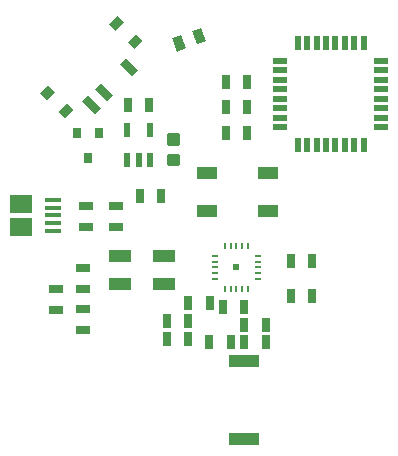
<source format=gtp>
G75*
%MOIN*%
%OFA0B0*%
%FSLAX25Y25*%
%IPPOS*%
%LPD*%
%AMOC8*
5,1,8,0,0,1.08239X$1,22.5*
%
%ADD10R,0.05000X0.02200*%
%ADD11R,0.02200X0.05000*%
%ADD12R,0.03150X0.03543*%
%ADD13R,0.06500X0.03937*%
%ADD14R,0.03150X0.04724*%
%ADD15R,0.04724X0.03150*%
%ADD16R,0.02165X0.04724*%
%ADD17R,0.05315X0.01575*%
%ADD18R,0.07480X0.05906*%
%ADD19R,0.10000X0.04000*%
%ADD20R,0.01969X0.01969*%
%ADD21R,0.00800X0.01900*%
%ADD22R,0.01900X0.00800*%
%ADD23R,0.03937X0.03150*%
%ADD24R,0.02756X0.05906*%
%ADD25R,0.07480X0.04331*%
%ADD26C,0.01181*%
D10*
X0098437Y0109809D03*
X0098437Y0112959D03*
X0098437Y0116109D03*
X0098437Y0119258D03*
X0098437Y0122408D03*
X0098437Y0125557D03*
X0098437Y0128707D03*
X0098437Y0131857D03*
X0132237Y0131857D03*
X0132237Y0128707D03*
X0132237Y0125557D03*
X0132237Y0122408D03*
X0132237Y0119258D03*
X0132237Y0116109D03*
X0132237Y0112959D03*
X0132237Y0109809D03*
D11*
X0126361Y0103933D03*
X0123211Y0103933D03*
X0120062Y0103933D03*
X0116912Y0103933D03*
X0113763Y0103933D03*
X0110613Y0103933D03*
X0107463Y0103933D03*
X0104314Y0103933D03*
X0104314Y0137733D03*
X0107463Y0137733D03*
X0110613Y0137733D03*
X0113763Y0137733D03*
X0116912Y0137733D03*
X0120062Y0137733D03*
X0123211Y0137733D03*
X0126361Y0137733D03*
D12*
X0038084Y0107682D03*
X0030604Y0107682D03*
X0034344Y0099414D03*
D13*
X0074011Y0094368D03*
X0074011Y0081770D03*
X0094303Y0081770D03*
X0094303Y0094368D03*
D14*
X0087441Y0107861D03*
X0080354Y0107861D03*
X0080470Y0116428D03*
X0087557Y0116428D03*
X0087525Y0125002D03*
X0080438Y0125002D03*
G36*
X0062545Y0139430D02*
X0065504Y0140508D01*
X0067119Y0136070D01*
X0064160Y0134992D01*
X0062545Y0139430D01*
G37*
G36*
X0069205Y0141854D02*
X0072164Y0142932D01*
X0073779Y0138494D01*
X0070820Y0137416D01*
X0069205Y0141854D01*
G37*
X0054849Y0117285D03*
X0047762Y0117285D03*
X0051627Y0086950D03*
X0058713Y0086950D03*
X0067861Y0051291D03*
X0067876Y0045271D03*
X0067876Y0039230D03*
X0060789Y0039230D03*
X0060789Y0045271D03*
X0074948Y0051291D03*
X0079412Y0049839D03*
X0086499Y0049839D03*
X0086532Y0043978D03*
X0086539Y0038036D03*
X0082009Y0038011D03*
X0074923Y0038011D03*
X0093626Y0038036D03*
X0093618Y0043978D03*
X0102020Y0053454D03*
X0109107Y0053454D03*
X0109107Y0065265D03*
X0102020Y0065265D03*
D15*
X0032729Y0042036D03*
X0032729Y0049123D03*
X0032729Y0055816D03*
X0032729Y0062903D03*
X0023708Y0055985D03*
X0023708Y0048898D03*
X0033647Y0076552D03*
X0033647Y0083639D03*
X0043902Y0083649D03*
X0043902Y0076562D03*
D16*
X0047568Y0098727D03*
X0051309Y0098727D03*
X0055049Y0098727D03*
X0055049Y0108964D03*
X0047568Y0108964D03*
D17*
X0022627Y0085516D03*
X0022627Y0082957D03*
X0022627Y0080398D03*
X0022627Y0077839D03*
X0022627Y0075280D03*
D18*
X0011997Y0076461D03*
X0011997Y0084335D03*
D19*
X0086494Y0031798D03*
X0086494Y0005798D03*
D20*
X0083915Y0063021D03*
D21*
X0083915Y0070321D03*
X0085865Y0070321D03*
X0087865Y0070321D03*
X0081965Y0070321D03*
X0079965Y0070321D03*
X0079965Y0055721D03*
X0081965Y0055721D03*
X0083915Y0055721D03*
X0085865Y0055721D03*
X0087865Y0055721D03*
D22*
X0091215Y0059071D03*
X0091215Y0061071D03*
X0091215Y0063021D03*
X0091215Y0064971D03*
X0091215Y0066971D03*
X0076615Y0066971D03*
X0076615Y0064971D03*
X0076615Y0063021D03*
X0076615Y0061071D03*
X0076615Y0059071D03*
D23*
G36*
X0024553Y0114966D02*
X0027335Y0117748D01*
X0029563Y0115520D01*
X0026781Y0112738D01*
X0024553Y0114966D01*
G37*
G36*
X0018428Y0121091D02*
X0021210Y0123873D01*
X0023438Y0121645D01*
X0020656Y0118863D01*
X0018428Y0121091D01*
G37*
G36*
X0041535Y0144197D02*
X0044317Y0146979D01*
X0046545Y0144751D01*
X0043763Y0141969D01*
X0041535Y0144197D01*
G37*
G36*
X0047659Y0138072D02*
X0050441Y0140854D01*
X0052669Y0138626D01*
X0049887Y0135844D01*
X0047659Y0138072D01*
G37*
D24*
G36*
X0045014Y0130972D02*
X0046963Y0132921D01*
X0051138Y0128746D01*
X0049189Y0126797D01*
X0045014Y0130972D01*
G37*
G36*
X0036663Y0122620D02*
X0038612Y0124569D01*
X0042787Y0120394D01*
X0040838Y0118445D01*
X0036663Y0122620D01*
G37*
G36*
X0032487Y0118444D02*
X0034436Y0120393D01*
X0038611Y0116218D01*
X0036662Y0114269D01*
X0032487Y0118444D01*
G37*
D25*
X0045145Y0066721D03*
X0045145Y0057666D03*
X0059712Y0057666D03*
X0059712Y0066721D03*
D26*
X0061532Y0100120D02*
X0064288Y0100120D01*
X0064288Y0097364D01*
X0061532Y0097364D01*
X0061532Y0100120D01*
X0061532Y0098544D02*
X0064288Y0098544D01*
X0064288Y0099724D02*
X0061532Y0099724D01*
X0061532Y0107025D02*
X0064288Y0107025D01*
X0064288Y0104269D01*
X0061532Y0104269D01*
X0061532Y0107025D01*
X0061532Y0105449D02*
X0064288Y0105449D01*
X0064288Y0106629D02*
X0061532Y0106629D01*
M02*

</source>
